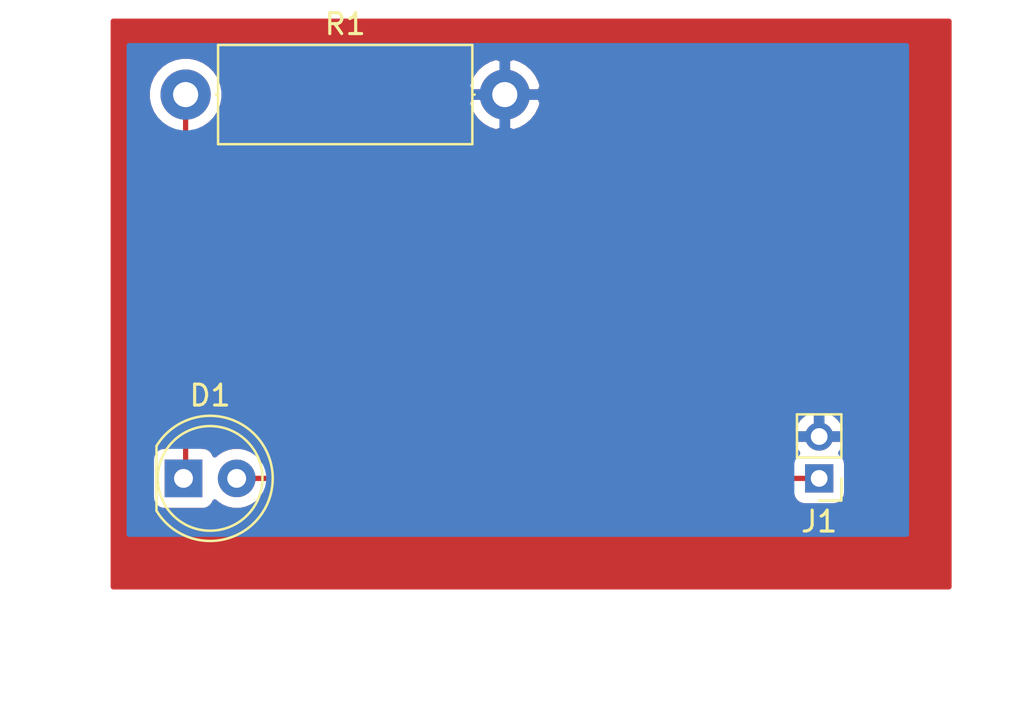
<source format=kicad_pcb>
(kicad_pcb (version 20171130) (host pcbnew "(5.1.6)-1")

  (general
    (thickness 1.6)
    (drawings 4)
    (tracks 8)
    (zones 0)
    (modules 3)
    (nets 4)
  )

  (page A4)
  (layers
    (0 F.Cu signal)
    (31 B.Cu signal)
    (32 B.Adhes user)
    (33 F.Adhes user)
    (34 B.Paste user)
    (35 F.Paste user)
    (36 B.SilkS user)
    (37 F.SilkS user)
    (38 B.Mask user)
    (39 F.Mask user)
    (40 Dwgs.User user)
    (41 Cmts.User user)
    (42 Eco1.User user)
    (43 Eco2.User user)
    (44 Edge.Cuts user)
    (45 Margin user)
    (46 B.CrtYd user)
    (47 F.CrtYd user)
    (48 B.Fab user)
    (49 F.Fab user)
  )

  (setup
    (last_trace_width 0.25)
    (trace_clearance 0.2)
    (zone_clearance 0.508)
    (zone_45_only no)
    (trace_min 0.2)
    (via_size 0.8)
    (via_drill 0.4)
    (via_min_size 0.4)
    (via_min_drill 0.3)
    (uvia_size 0.3)
    (uvia_drill 0.1)
    (uvias_allowed no)
    (uvia_min_size 0.2)
    (uvia_min_drill 0.1)
    (edge_width 0.05)
    (segment_width 0.2)
    (pcb_text_width 0.3)
    (pcb_text_size 1.5 1.5)
    (mod_edge_width 0.12)
    (mod_text_size 1 1)
    (mod_text_width 0.15)
    (pad_size 1.524 1.524)
    (pad_drill 0.762)
    (pad_to_mask_clearance 0.05)
    (aux_axis_origin 0 0)
    (visible_elements FFFFFF7F)
    (pcbplotparams
      (layerselection 0x010fc_ffffffff)
      (usegerberextensions false)
      (usegerberattributes true)
      (usegerberadvancedattributes true)
      (creategerberjobfile true)
      (excludeedgelayer true)
      (linewidth 0.100000)
      (plotframeref false)
      (viasonmask false)
      (mode 1)
      (useauxorigin false)
      (hpglpennumber 1)
      (hpglpenspeed 20)
      (hpglpendiameter 15.000000)
      (psnegative false)
      (psa4output false)
      (plotreference true)
      (plotvalue true)
      (plotinvisibletext false)
      (padsonsilk false)
      (subtractmaskfromsilk false)
      (outputformat 1)
      (mirror false)
      (drillshape 0)
      (scaleselection 1)
      (outputdirectory "F:/work/lab_updating/pjt/kicad_exam/kicad_exam01/gerber/"))
  )

  (net 0 "")
  (net 1 "Net-(D1-Pad1)")
  (net 2 +5V)
  (net 3 GND)

  (net_class Default "This is the default net class."
    (clearance 0.2)
    (trace_width 0.25)
    (via_dia 0.8)
    (via_drill 0.4)
    (uvia_dia 0.3)
    (uvia_drill 0.1)
    (add_net +5V)
    (add_net GND)
    (add_net "Net-(D1-Pad1)")
  )

  (module LED_THT:LED_D5.0mm (layer F.Cu) (tedit 5995936A) (tstamp 61DB23BD)
    (at 121.2342 115.1382)
    (descr "LED, diameter 5.0mm, 2 pins, http://cdn-reichelt.de/documents/datenblatt/A500/LL-504BC2E-009.pdf")
    (tags "LED diameter 5.0mm 2 pins")
    (path /61DACA54)
    (fp_text reference D1 (at 1.27 -3.96) (layer F.SilkS)
      (effects (font (size 1 1) (thickness 0.15)))
    )
    (fp_text value LED (at 1.27 3.96) (layer F.Fab)
      (effects (font (size 1 1) (thickness 0.15)))
    )
    (fp_line (start 4.5 -3.25) (end -1.95 -3.25) (layer F.CrtYd) (width 0.05))
    (fp_line (start 4.5 3.25) (end 4.5 -3.25) (layer F.CrtYd) (width 0.05))
    (fp_line (start -1.95 3.25) (end 4.5 3.25) (layer F.CrtYd) (width 0.05))
    (fp_line (start -1.95 -3.25) (end -1.95 3.25) (layer F.CrtYd) (width 0.05))
    (fp_line (start -1.29 -1.545) (end -1.29 1.545) (layer F.SilkS) (width 0.12))
    (fp_line (start -1.23 -1.469694) (end -1.23 1.469694) (layer F.Fab) (width 0.1))
    (fp_circle (center 1.27 0) (end 3.77 0) (layer F.SilkS) (width 0.12))
    (fp_circle (center 1.27 0) (end 3.77 0) (layer F.Fab) (width 0.1))
    (fp_arc (start 1.27 0) (end -1.23 -1.469694) (angle 299.1) (layer F.Fab) (width 0.1))
    (fp_arc (start 1.27 0) (end -1.29 -1.54483) (angle 148.9) (layer F.SilkS) (width 0.12))
    (fp_arc (start 1.27 0) (end -1.29 1.54483) (angle -148.9) (layer F.SilkS) (width 0.12))
    (fp_text user %R (at 1.25 0) (layer F.Fab)
      (effects (font (size 0.8 0.8) (thickness 0.2)))
    )
    (pad 1 thru_hole rect (at 0 0) (size 1.8 1.8) (drill 0.9) (layers *.Cu *.Mask)
      (net 1 "Net-(D1-Pad1)"))
    (pad 2 thru_hole circle (at 2.54 0) (size 1.8 1.8) (drill 0.9) (layers *.Cu *.Mask)
      (net 2 +5V))
    (model ${KISYS3DMOD}/LED_THT.3dshapes/LED_D5.0mm.wrl
      (at (xyz 0 0 0))
      (scale (xyz 1 1 1))
      (rotate (xyz 0 0 0))
    )
  )

  (module Connector_PinHeader_2.00mm:PinHeader_1x02_P2.00mm_Vertical (layer F.Cu) (tedit 59FED667) (tstamp 61DB2664)
    (at 151.5872 115.1382 180)
    (descr "Through hole straight pin header, 1x02, 2.00mm pitch, single row")
    (tags "Through hole pin header THT 1x02 2.00mm single row")
    (path /61DB1548)
    (fp_text reference J1 (at 0 -2.06) (layer F.SilkS)
      (effects (font (size 1 1) (thickness 0.15)))
    )
    (fp_text value Conn_01x02 (at 0 4.06) (layer F.Fab)
      (effects (font (size 1 1) (thickness 0.15)))
    )
    (fp_line (start 1.5 -1.5) (end -1.5 -1.5) (layer F.CrtYd) (width 0.05))
    (fp_line (start 1.5 3.5) (end 1.5 -1.5) (layer F.CrtYd) (width 0.05))
    (fp_line (start -1.5 3.5) (end 1.5 3.5) (layer F.CrtYd) (width 0.05))
    (fp_line (start -1.5 -1.5) (end -1.5 3.5) (layer F.CrtYd) (width 0.05))
    (fp_line (start -1.06 -1.06) (end 0 -1.06) (layer F.SilkS) (width 0.12))
    (fp_line (start -1.06 0) (end -1.06 -1.06) (layer F.SilkS) (width 0.12))
    (fp_line (start -1.06 1) (end 1.06 1) (layer F.SilkS) (width 0.12))
    (fp_line (start 1.06 1) (end 1.06 3.06) (layer F.SilkS) (width 0.12))
    (fp_line (start -1.06 1) (end -1.06 3.06) (layer F.SilkS) (width 0.12))
    (fp_line (start -1.06 3.06) (end 1.06 3.06) (layer F.SilkS) (width 0.12))
    (fp_line (start -1 -0.5) (end -0.5 -1) (layer F.Fab) (width 0.1))
    (fp_line (start -1 3) (end -1 -0.5) (layer F.Fab) (width 0.1))
    (fp_line (start 1 3) (end -1 3) (layer F.Fab) (width 0.1))
    (fp_line (start 1 -1) (end 1 3) (layer F.Fab) (width 0.1))
    (fp_line (start -0.5 -1) (end 1 -1) (layer F.Fab) (width 0.1))
    (fp_text user %R (at 0 1 90) (layer F.Fab)
      (effects (font (size 1 1) (thickness 0.15)))
    )
    (pad 1 thru_hole rect (at 0 0 180) (size 1.35 1.35) (drill 0.8) (layers *.Cu *.Mask)
      (net 2 +5V))
    (pad 2 thru_hole oval (at 0 2 180) (size 1.35 1.35) (drill 0.8) (layers *.Cu *.Mask)
      (net 3 GND))
    (model ${KISYS3DMOD}/Connector_PinHeader_2.00mm.3dshapes/PinHeader_1x02_P2.00mm_Vertical.wrl
      (at (xyz 0 0 0))
      (scale (xyz 1 1 1))
      (rotate (xyz 0 0 0))
    )
  )

  (module Resistor_THT:R_Axial_DIN0414_L11.9mm_D4.5mm_P15.24mm_Horizontal (layer F.Cu) (tedit 5AE5139B) (tstamp 61DB24D4)
    (at 121.3358 96.7994)
    (descr "Resistor, Axial_DIN0414 series, Axial, Horizontal, pin pitch=15.24mm, 2W, length*diameter=11.9*4.5mm^2, http://www.vishay.com/docs/20128/wkxwrx.pdf")
    (tags "Resistor Axial_DIN0414 series Axial Horizontal pin pitch 15.24mm 2W length 11.9mm diameter 4.5mm")
    (path /61DAC213)
    (fp_text reference R1 (at 7.62 -3.37) (layer F.SilkS)
      (effects (font (size 1 1) (thickness 0.15)))
    )
    (fp_text value 220 (at 7.62 3.37) (layer F.Fab)
      (effects (font (size 1 1) (thickness 0.15)))
    )
    (fp_line (start 16.69 -2.5) (end -1.45 -2.5) (layer F.CrtYd) (width 0.05))
    (fp_line (start 16.69 2.5) (end 16.69 -2.5) (layer F.CrtYd) (width 0.05))
    (fp_line (start -1.45 2.5) (end 16.69 2.5) (layer F.CrtYd) (width 0.05))
    (fp_line (start -1.45 -2.5) (end -1.45 2.5) (layer F.CrtYd) (width 0.05))
    (fp_line (start 13.8 0) (end 13.69 0) (layer F.SilkS) (width 0.12))
    (fp_line (start 1.44 0) (end 1.55 0) (layer F.SilkS) (width 0.12))
    (fp_line (start 13.69 -2.37) (end 1.55 -2.37) (layer F.SilkS) (width 0.12))
    (fp_line (start 13.69 2.37) (end 13.69 -2.37) (layer F.SilkS) (width 0.12))
    (fp_line (start 1.55 2.37) (end 13.69 2.37) (layer F.SilkS) (width 0.12))
    (fp_line (start 1.55 -2.37) (end 1.55 2.37) (layer F.SilkS) (width 0.12))
    (fp_line (start 15.24 0) (end 13.57 0) (layer F.Fab) (width 0.1))
    (fp_line (start 0 0) (end 1.67 0) (layer F.Fab) (width 0.1))
    (fp_line (start 13.57 -2.25) (end 1.67 -2.25) (layer F.Fab) (width 0.1))
    (fp_line (start 13.57 2.25) (end 13.57 -2.25) (layer F.Fab) (width 0.1))
    (fp_line (start 1.67 2.25) (end 13.57 2.25) (layer F.Fab) (width 0.1))
    (fp_line (start 1.67 -2.25) (end 1.67 2.25) (layer F.Fab) (width 0.1))
    (fp_text user %R (at 7.62 0) (layer F.Fab)
      (effects (font (size 1 1) (thickness 0.15)))
    )
    (pad 1 thru_hole circle (at 0 0) (size 2.4 2.4) (drill 1.2) (layers *.Cu *.Mask)
      (net 1 "Net-(D1-Pad1)"))
    (pad 2 thru_hole oval (at 15.24 0) (size 2.4 2.4) (drill 1.2) (layers *.Cu *.Mask)
      (net 3 GND))
    (model ${KISYS3DMOD}/Resistor_THT.3dshapes/R_Axial_DIN0414_L11.9mm_D4.5mm_P15.24mm_Horizontal.wrl
      (at (xyz 0 0 0))
      (scale (xyz 1 1 1))
      (rotate (xyz 0 0 0))
    )
  )

  (gr_line (start 112.5474 92.3544) (end 112.5474 126.0094) (layer Dwgs.User) (width 0.15))
  (gr_line (start 161.3154 92.3544) (end 112.5474 92.3544) (layer Dwgs.User) (width 0.15))
  (gr_line (start 161.3154 126.0094) (end 161.3154 92.3544) (layer Dwgs.User) (width 0.15))
  (gr_line (start 112.5474 126.0094) (end 161.3154 126.0094) (layer Dwgs.User) (width 0.15))

  (segment (start 121.3358 115.0366) (end 121.2342 115.1382) (width 0.25) (layer F.Cu) (net 1))
  (segment (start 121.3358 96.7994) (end 121.3358 115.0366) (width 0.25) (layer F.Cu) (net 1))
  (segment (start 123.7742 115.1382) (end 151.5872 115.1382) (width 0.25) (layer F.Cu) (net 2))
  (segment (start 136.6012 96.774) (end 136.5758 96.7994) (width 0.25) (layer F.Cu) (net 3))
  (segment (start 151.5872 113.1382) (end 151.5872 107.188) (width 0.25) (layer B.Cu) (net 3))
  (segment (start 151.5872 107.188) (end 141.3002 96.901) (width 0.25) (layer B.Cu) (net 3))
  (segment (start 136.6774 96.901) (end 136.5758 96.7994) (width 0.25) (layer B.Cu) (net 3))
  (segment (start 141.3002 96.901) (end 136.6774 96.901) (width 0.25) (layer B.Cu) (net 3))

  (zone (net 3) (net_name GND) (layer F.Cu) (tstamp 61DB2772) (hatch edge 0.508)
    (connect_pads (clearance 0.508))
    (min_thickness 0.254)
    (fill yes (arc_segments 32) (thermal_gap 0.508) (thermal_bridge_width 0.508))
    (polygon
      (pts
        (xy 157.9118 120.4468) (xy 117.7544 120.4468) (xy 117.7544 93.1672) (xy 157.9118 93.1672)
      )
    )
    (filled_polygon
      (pts
        (xy 157.7848 120.3198) (xy 117.8814 120.3198) (xy 117.8814 96.618668) (xy 119.5008 96.618668) (xy 119.5008 96.980132)
        (xy 119.571318 97.33465) (xy 119.709644 97.668599) (xy 119.910462 97.969144) (xy 120.166056 98.224738) (xy 120.466601 98.425556)
        (xy 120.5758 98.470788) (xy 120.575801 113.600128) (xy 120.3342 113.600128) (xy 120.209718 113.612388) (xy 120.09002 113.648698)
        (xy 119.979706 113.707663) (xy 119.883015 113.787015) (xy 119.803663 113.883706) (xy 119.744698 113.99402) (xy 119.708388 114.113718)
        (xy 119.696128 114.2382) (xy 119.696128 116.0382) (xy 119.708388 116.162682) (xy 119.744698 116.28238) (xy 119.803663 116.392694)
        (xy 119.883015 116.489385) (xy 119.979706 116.568737) (xy 120.09002 116.627702) (xy 120.209718 116.664012) (xy 120.3342 116.676272)
        (xy 122.1342 116.676272) (xy 122.258682 116.664012) (xy 122.37838 116.627702) (xy 122.488694 116.568737) (xy 122.585385 116.489385)
        (xy 122.664737 116.392694) (xy 122.723702 116.28238) (xy 122.729256 116.264073) (xy 122.795695 116.330512) (xy 123.047105 116.498499)
        (xy 123.326457 116.614211) (xy 123.623016 116.6732) (xy 123.925384 116.6732) (xy 124.221943 116.614211) (xy 124.501295 116.498499)
        (xy 124.752705 116.330512) (xy 124.966512 116.116705) (xy 125.112513 115.8982) (xy 150.282499 115.8982) (xy 150.286388 115.937682)
        (xy 150.322698 116.05738) (xy 150.381663 116.167694) (xy 150.461015 116.264385) (xy 150.557706 116.343737) (xy 150.66802 116.402702)
        (xy 150.787718 116.439012) (xy 150.9122 116.451272) (xy 152.2622 116.451272) (xy 152.386682 116.439012) (xy 152.50638 116.402702)
        (xy 152.616694 116.343737) (xy 152.713385 116.264385) (xy 152.792737 116.167694) (xy 152.851702 116.05738) (xy 152.888012 115.937682)
        (xy 152.900272 115.8132) (xy 152.900272 114.4632) (xy 152.888012 114.338718) (xy 152.851702 114.21902) (xy 152.792737 114.108706)
        (xy 152.713385 114.012015) (xy 152.619641 113.935081) (xy 152.716673 113.801829) (xy 152.824438 113.568728) (xy 152.85511 113.4676)
        (xy 152.731424 113.2652) (xy 151.7142 113.2652) (xy 151.7142 113.2852) (xy 151.4602 113.2852) (xy 151.4602 113.2652)
        (xy 150.442976 113.2652) (xy 150.31929 113.4676) (xy 150.349962 113.568728) (xy 150.457727 113.801829) (xy 150.554759 113.935081)
        (xy 150.461015 114.012015) (xy 150.381663 114.108706) (xy 150.322698 114.21902) (xy 150.286388 114.338718) (xy 150.282499 114.3782)
        (xy 125.112513 114.3782) (xy 124.966512 114.159695) (xy 124.752705 113.945888) (xy 124.501295 113.777901) (xy 124.221943 113.662189)
        (xy 123.925384 113.6032) (xy 123.623016 113.6032) (xy 123.326457 113.662189) (xy 123.047105 113.777901) (xy 122.795695 113.945888)
        (xy 122.729256 114.012327) (xy 122.723702 113.99402) (xy 122.664737 113.883706) (xy 122.585385 113.787015) (xy 122.488694 113.707663)
        (xy 122.37838 113.648698) (xy 122.258682 113.612388) (xy 122.1342 113.600128) (xy 122.0958 113.600128) (xy 122.0958 112.8088)
        (xy 150.31929 112.8088) (xy 150.442976 113.0112) (xy 151.4602 113.0112) (xy 151.4602 111.993115) (xy 151.7142 111.993115)
        (xy 151.7142 113.0112) (xy 152.731424 113.0112) (xy 152.85511 112.8088) (xy 152.824438 112.707672) (xy 152.716673 112.474571)
        (xy 152.565503 112.266973) (xy 152.376737 112.092856) (xy 152.15763 111.958911) (xy 151.916601 111.870285) (xy 151.7142 111.993115)
        (xy 151.4602 111.993115) (xy 151.257799 111.870285) (xy 151.01677 111.958911) (xy 150.797663 112.092856) (xy 150.608897 112.266973)
        (xy 150.457727 112.474571) (xy 150.349962 112.707672) (xy 150.31929 112.8088) (xy 122.0958 112.8088) (xy 122.0958 98.470788)
        (xy 122.204999 98.425556) (xy 122.505544 98.224738) (xy 122.761138 97.969144) (xy 122.961956 97.668599) (xy 123.100282 97.33465)
        (xy 123.124836 97.211205) (xy 134.787605 97.211205) (xy 134.860179 97.450466) (xy 135.020161 97.772657) (xy 135.239925 98.057446)
        (xy 135.511026 98.293889) (xy 135.823046 98.4729) (xy 136.163994 98.587599) (xy 136.4488 98.471254) (xy 136.4488 96.9264)
        (xy 136.7028 96.9264) (xy 136.7028 98.471254) (xy 136.987606 98.587599) (xy 137.328554 98.4729) (xy 137.640574 98.293889)
        (xy 137.911675 98.057446) (xy 138.131439 97.772657) (xy 138.291421 97.450466) (xy 138.363995 97.211205) (xy 138.247232 96.9264)
        (xy 136.7028 96.9264) (xy 136.4488 96.9264) (xy 134.904368 96.9264) (xy 134.787605 97.211205) (xy 123.124836 97.211205)
        (xy 123.1708 96.980132) (xy 123.1708 96.618668) (xy 123.124837 96.387595) (xy 134.787605 96.387595) (xy 134.904368 96.6724)
        (xy 136.4488 96.6724) (xy 136.4488 95.127546) (xy 136.7028 95.127546) (xy 136.7028 96.6724) (xy 138.247232 96.6724)
        (xy 138.363995 96.387595) (xy 138.291421 96.148334) (xy 138.131439 95.826143) (xy 137.911675 95.541354) (xy 137.640574 95.304911)
        (xy 137.328554 95.1259) (xy 136.987606 95.011201) (xy 136.7028 95.127546) (xy 136.4488 95.127546) (xy 136.163994 95.011201)
        (xy 135.823046 95.1259) (xy 135.511026 95.304911) (xy 135.239925 95.541354) (xy 135.020161 95.826143) (xy 134.860179 96.148334)
        (xy 134.787605 96.387595) (xy 123.124837 96.387595) (xy 123.100282 96.26415) (xy 122.961956 95.930201) (xy 122.761138 95.629656)
        (xy 122.505544 95.374062) (xy 122.204999 95.173244) (xy 121.87105 95.034918) (xy 121.516532 94.9644) (xy 121.155068 94.9644)
        (xy 120.80055 95.034918) (xy 120.466601 95.173244) (xy 120.166056 95.374062) (xy 119.910462 95.629656) (xy 119.709644 95.930201)
        (xy 119.571318 96.26415) (xy 119.5008 96.618668) (xy 117.8814 96.618668) (xy 117.8814 93.2942) (xy 157.7848 93.2942)
      )
    )
  )
  (zone (net 3) (net_name GND) (layer B.Cu) (tstamp 61DB276F) (hatch edge 0.508)
    (connect_pads (clearance 0.508))
    (min_thickness 0.254)
    (fill yes (arc_segments 32) (thermal_gap 0.508) (thermal_bridge_width 0.508))
    (polygon
      (pts
        (xy 155.8798 117.9322) (xy 118.5164 117.9322) (xy 118.5164 94.3356) (xy 155.8798 94.3356)
      )
    )
    (filled_polygon
      (pts
        (xy 155.7528 117.8052) (xy 118.6434 117.8052) (xy 118.6434 114.2382) (xy 119.696128 114.2382) (xy 119.696128 116.0382)
        (xy 119.708388 116.162682) (xy 119.744698 116.28238) (xy 119.803663 116.392694) (xy 119.883015 116.489385) (xy 119.979706 116.568737)
        (xy 120.09002 116.627702) (xy 120.209718 116.664012) (xy 120.3342 116.676272) (xy 122.1342 116.676272) (xy 122.258682 116.664012)
        (xy 122.37838 116.627702) (xy 122.488694 116.568737) (xy 122.585385 116.489385) (xy 122.664737 116.392694) (xy 122.723702 116.28238)
        (xy 122.729256 116.264073) (xy 122.795695 116.330512) (xy 123.047105 116.498499) (xy 123.326457 116.614211) (xy 123.623016 116.6732)
        (xy 123.925384 116.6732) (xy 124.221943 116.614211) (xy 124.501295 116.498499) (xy 124.752705 116.330512) (xy 124.966512 116.116705)
        (xy 125.134499 115.865295) (xy 125.250211 115.585943) (xy 125.3092 115.289384) (xy 125.3092 114.987016) (xy 125.250211 114.690457)
        (xy 125.156078 114.4632) (xy 150.274128 114.4632) (xy 150.274128 115.8132) (xy 150.286388 115.937682) (xy 150.322698 116.05738)
        (xy 150.381663 116.167694) (xy 150.461015 116.264385) (xy 150.557706 116.343737) (xy 150.66802 116.402702) (xy 150.787718 116.439012)
        (xy 150.9122 116.451272) (xy 152.2622 116.451272) (xy 152.386682 116.439012) (xy 152.50638 116.402702) (xy 152.616694 116.343737)
        (xy 152.713385 116.264385) (xy 152.792737 116.167694) (xy 152.851702 116.05738) (xy 152.888012 115.937682) (xy 152.900272 115.8132)
        (xy 152.900272 114.4632) (xy 152.888012 114.338718) (xy 152.851702 114.21902) (xy 152.792737 114.108706) (xy 152.713385 114.012015)
        (xy 152.619641 113.935081) (xy 152.716673 113.801829) (xy 152.824438 113.568728) (xy 152.85511 113.4676) (xy 152.731424 113.2652)
        (xy 151.7142 113.2652) (xy 151.7142 113.2852) (xy 151.4602 113.2852) (xy 151.4602 113.2652) (xy 150.442976 113.2652)
        (xy 150.31929 113.4676) (xy 150.349962 113.568728) (xy 150.457727 113.801829) (xy 150.554759 113.935081) (xy 150.461015 114.012015)
        (xy 150.381663 114.108706) (xy 150.322698 114.21902) (xy 150.286388 114.338718) (xy 150.274128 114.4632) (xy 125.156078 114.4632)
        (xy 125.134499 114.411105) (xy 124.966512 114.159695) (xy 124.752705 113.945888) (xy 124.501295 113.777901) (xy 124.221943 113.662189)
        (xy 123.925384 113.6032) (xy 123.623016 113.6032) (xy 123.326457 113.662189) (xy 123.047105 113.777901) (xy 122.795695 113.945888)
        (xy 122.729256 114.012327) (xy 122.723702 113.99402) (xy 122.664737 113.883706) (xy 122.585385 113.787015) (xy 122.488694 113.707663)
        (xy 122.37838 113.648698) (xy 122.258682 113.612388) (xy 122.1342 113.600128) (xy 120.3342 113.600128) (xy 120.209718 113.612388)
        (xy 120.09002 113.648698) (xy 119.979706 113.707663) (xy 119.883015 113.787015) (xy 119.803663 113.883706) (xy 119.744698 113.99402)
        (xy 119.708388 114.113718) (xy 119.696128 114.2382) (xy 118.6434 114.2382) (xy 118.6434 112.8088) (xy 150.31929 112.8088)
        (xy 150.442976 113.0112) (xy 151.4602 113.0112) (xy 151.4602 111.993115) (xy 151.7142 111.993115) (xy 151.7142 113.0112)
        (xy 152.731424 113.0112) (xy 152.85511 112.8088) (xy 152.824438 112.707672) (xy 152.716673 112.474571) (xy 152.565503 112.266973)
        (xy 152.376737 112.092856) (xy 152.15763 111.958911) (xy 151.916601 111.870285) (xy 151.7142 111.993115) (xy 151.4602 111.993115)
        (xy 151.257799 111.870285) (xy 151.01677 111.958911) (xy 150.797663 112.092856) (xy 150.608897 112.266973) (xy 150.457727 112.474571)
        (xy 150.349962 112.707672) (xy 150.31929 112.8088) (xy 118.6434 112.8088) (xy 118.6434 96.618668) (xy 119.5008 96.618668)
        (xy 119.5008 96.980132) (xy 119.571318 97.33465) (xy 119.709644 97.668599) (xy 119.910462 97.969144) (xy 120.166056 98.224738)
        (xy 120.466601 98.425556) (xy 120.80055 98.563882) (xy 121.155068 98.6344) (xy 121.516532 98.6344) (xy 121.87105 98.563882)
        (xy 122.204999 98.425556) (xy 122.505544 98.224738) (xy 122.761138 97.969144) (xy 122.961956 97.668599) (xy 123.100282 97.33465)
        (xy 123.124836 97.211205) (xy 134.787605 97.211205) (xy 134.860179 97.450466) (xy 135.020161 97.772657) (xy 135.239925 98.057446)
        (xy 135.511026 98.293889) (xy 135.823046 98.4729) (xy 136.163994 98.587599) (xy 136.4488 98.471254) (xy 136.4488 96.9264)
        (xy 136.7028 96.9264) (xy 136.7028 98.471254) (xy 136.987606 98.587599) (xy 137.328554 98.4729) (xy 137.640574 98.293889)
        (xy 137.911675 98.057446) (xy 138.131439 97.772657) (xy 138.291421 97.450466) (xy 138.363995 97.211205) (xy 138.247232 96.9264)
        (xy 136.7028 96.9264) (xy 136.4488 96.9264) (xy 134.904368 96.9264) (xy 134.787605 97.211205) (xy 123.124836 97.211205)
        (xy 123.1708 96.980132) (xy 123.1708 96.618668) (xy 123.124837 96.387595) (xy 134.787605 96.387595) (xy 134.904368 96.6724)
        (xy 136.4488 96.6724) (xy 136.4488 95.127546) (xy 136.7028 95.127546) (xy 136.7028 96.6724) (xy 138.247232 96.6724)
        (xy 138.363995 96.387595) (xy 138.291421 96.148334) (xy 138.131439 95.826143) (xy 137.911675 95.541354) (xy 137.640574 95.304911)
        (xy 137.328554 95.1259) (xy 136.987606 95.011201) (xy 136.7028 95.127546) (xy 136.4488 95.127546) (xy 136.163994 95.011201)
        (xy 135.823046 95.1259) (xy 135.511026 95.304911) (xy 135.239925 95.541354) (xy 135.020161 95.826143) (xy 134.860179 96.148334)
        (xy 134.787605 96.387595) (xy 123.124837 96.387595) (xy 123.100282 96.26415) (xy 122.961956 95.930201) (xy 122.761138 95.629656)
        (xy 122.505544 95.374062) (xy 122.204999 95.173244) (xy 121.87105 95.034918) (xy 121.516532 94.9644) (xy 121.155068 94.9644)
        (xy 120.80055 95.034918) (xy 120.466601 95.173244) (xy 120.166056 95.374062) (xy 119.910462 95.629656) (xy 119.709644 95.930201)
        (xy 119.571318 96.26415) (xy 119.5008 96.618668) (xy 118.6434 96.618668) (xy 118.6434 94.4626) (xy 155.7528 94.4626)
      )
    )
  )
)

</source>
